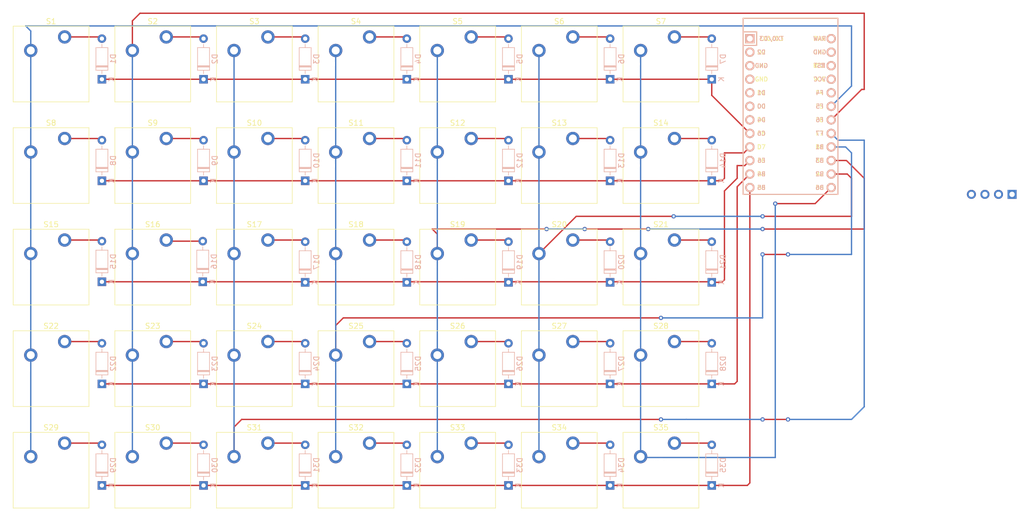
<source format=kicad_pcb>
(kicad_pcb (version 20221018) (generator pcbnew)
  (layers (0 "F.Cu" signal) (31 "B.Cu" signal) (34 "B.Paste" user) (35 "F.Paste" user) (36 "B.SilkS" user "B.Silkscreen") (37 "F.SilkS" user "F.Silkscreen") (38 "B.Mask" user) (39 "F.Mask" user) (44 "Edge.Cuts" user))
  (net 0 "")
  (net 1 "row0")
  (net 2 "Net-(D1-A)")
  (net 3 "Net-(D2-A)")
  (net 4 "Net-(D3-A)")
  (net 5 "Net-(D4-A)")
  (net 6 "Net-(D5-A)")
  (net 7 "Net-(D6-A)")
  (net 8 "Net-(D7-A)")
  (net 9 "row1")
  (net 10 "Net-(D8-A)")
  (net 11 "Net-(D9-A)")
  (net 12 "Net-(D10-A)")
  (net 13 "Net-(D11-A)")
  (net 14 "Net-(D12-A)")
  (net 15 "Net-(D13-A)")
  (net 16 "Net-(D14-A)")
  (net 17 "row2")
  (net 18 "Net-(D15-A)")
  (net 19 "row3")
  (net 20 "Net-(D16-A)")
  (net 21 "Net-(D17-A)")
  (net 22 "Net-(D18-A)")
  (net 23 "Net-(D19-A)")
  (net 24 "Net-(D20-A)")
  (net 25 "Net-(D21-A)")
  (net 26 "Net-(D22-A)")
  (net 27 "Net-(D23-A)")
  (net 28 "Net-(D24-A)")
  (net 29 "Net-(D25-A)")
  (net 30 "Net-(D26-A)")
  (net 31 "Net-(D27-A)")
  (net 32 "Net-(D28-A)")
  (net 33 "row4")
  (net 34 "Net-(D29-A)")
  (net 35 "Net-(D31-A)")
  (net 36 "Net-(D33-A)")
  (net 37 "Net-(D35-A)")
  (net 38 "col0")
  (net 39 "col1")
  (net 40 "col2")
  (net 41 "col3")
  (net 42 "col4")
  (net 43 "col5")
  (net 44 "col6")
  (net 47 "GND")
  (net 48 "VCC")
  (net 49 "SCL")
  (net 50 "SDA")
  (net 53 "RESET")
  (net 55 "Net-(D30-A)")
  (net 56 "Net-(D32-A)")
  (net 57 "Net-(D34-A)")
  (footprint "ScottoKeebs_MX:MX_PCB_1.00u" (layer "F.Cu") (at 143.55 72.33)
    (fp_text reference "S20")
    (fp_text value "Keyswitch")
  )
  (footprint "ScottoKeebs_MX:MX_PCB_1.00u" (layer "F.Cu") (at 105.45 34.23)
    (fp_text reference "S4")
    (fp_text value "Keyswitch")
  )
  (footprint "ScottoKeebs_MX:MX_PCB_1.00u" (layer "F.Cu") (at 124.5 34.23)
    (fp_text reference "S5")
    (fp_text value "Keyswitch")
  )
  (footprint "ScottoKeebs_MX:MX_PCB_1.00u" (layer "F.Cu") (at 67.35 34.23)
    (fp_text reference "S2")
    (fp_text value "Keyswitch")
  )
  (footprint "ScottoKeebs_MX:MX_PCB_1.00u" (layer "F.Cu") (at 86.4 110.43)
    (fp_text reference "S31")
    (fp_text value "Keyswitch")
  )
  (footprint "ScottoKeebs_MX:MX_PCB_1.00u" (layer "F.Cu") (at 124.5 91.38)
    (fp_text reference "S26")
    (fp_text value "Keyswitch")
  )
  (footprint "ScottoKeebs_MX:MX_PCB_1.00u" (layer "F.Cu") (at 48.3 34.23)
    (fp_text reference "S1")
    (fp_text value "Keyswitch")
  )
  (footprint "ScottoKeebs_MX:MX_PCB_1.00u" (layer "F.Cu") (at 143.55 34.23)
    (fp_text reference "S6")
    (fp_text value "Keyswitch")
  )
  (footprint "ScottoKeebs_MX:MX_PCB_1.00u" (layer "F.Cu") (at 105.45 72.33)
    (fp_text reference "S18")
    (fp_text value "Keyswitch")
  )
  (footprint "ScottoKeebs_MX:MX_PCB_1.00u" (layer "F.Cu") (at 162.6 34.23)
    (fp_text reference "S7")
    (fp_text value "Keyswitch")
  )
  (footprint "ScottoKeebs_MCU:Arduino_Pro_Micro" (layer "F.Cu") (at 186.88875 43.4375)
    (fp_text reference "U1" hide)
    (fp_text value "Arduino_Pro_Micro" hide)
  )
  (footprint "ScottoKeebs_MX:MX_PCB_1.00u" (layer "F.Cu") (at 124.5 110.43)
    (fp_text reference "S33")
    (fp_text value "Keyswitch")
  )
  (footprint "ScottoKeebs_MX:MX_PCB_1.00u" (layer "F.Cu") (at 124.5 53.28)
    (fp_text reference "S12")
    (fp_text value "Keyswitch")
  )
  (footprint "ScottoKeebs_MX:MX_PCB_1.00u" (layer "F.Cu") (at 86.4 34.23)
    (fp_text reference "S3")
    (fp_text value "Keyswitch")
  )
  (footprint "ScottoKeebs_MX:MX_PCB_1.00u" (layer "F.Cu") (at 48.3 91.38)
    (fp_text reference "S22")
    (fp_text value "Keyswitch")
  )
  (footprint "ScottoKeebs_MX:MX_PCB_1.00u" (layer "F.Cu") (at 67.35 91.38)
    (fp_text reference "S23")
    (fp_text value "Keyswitch")
  )
  (footprint "ScottoKeebs_MX:MX_PCB_1.00u" (layer "F.Cu") (at 86.4 53.28)
    (fp_text reference "S10")
    (fp_text value "Keyswitch")
  )
  (footprint "ScottoKeebs_MX:MX_PCB_1.00u" (layer "F.Cu") (at 162.6 53.28)
    (fp_text reference "S14")
    (fp_text value "Keyswitch")
  )
  (footprint "ScottoKeebs_MX:MX_PCB_1.00u" (layer "F.Cu") (at 67.35 72.33)
    (fp_text reference "S16")
    (fp_text value "Keyswitch")
  )
  (footprint "ScottoKeebs_MX:MX_PCB_1.00u" (layer "F.Cu") (at 162.6 72.33)
    (fp_text reference "S21")
    (fp_text value "Keyswitch")
  )
  (footprint "ScottoKeebs_MX:MX_PCB_1.00u" (layer "F.Cu") (at 48.3 53.28)
    (fp_text reference "S8")
    (fp_text value "Keyswitch")
  )
  (footprint "ScottoKeebs_MX:MX_PCB_1.00u" (layer "F.Cu") (at 162.6 91.38)
    (fp_text reference "S28")
    (fp_text value "Keyswitch")
  )
  (footprint "ScottoKeebs_MX:MX_PCB_1.00u" (layer "F.Cu") (at 48.3 110.43)
    (fp_text reference "S29")
    (fp_text value "Keyswitch")
  )
  (footprint "ScottoKeebs_MX:MX_PCB_1.00u" (layer "F.Cu") (at 67.35 53.28)
    (fp_text reference "S9")
    (fp_text value "Keyswitch")
  )
  (footprint "ScottoKeebs_Components:OLED_128x32" (layer "F.Cu") (at 218.6075 60.27875 90)
    (fp_text reference "J1" hide)
    (fp_text value "OLED_128x32")
  )
  (footprint "ScottoKeebs_MX:MX_PCB_1.00u" (layer "F.Cu") (at 86.4 72.33)
    (fp_text reference "S17")
    (fp_text value "Keyswitch")
  )
  (footprint "ScottoKeebs_MX:MX_PCB_1.00u" (layer "F.Cu") (at 162.6 110.43)
    (fp_text reference "S35")
    (fp_text value "Keyswitch")
  )
  (footprint "ScottoKeebs_MX:MX_PCB_1.00u" (layer "F.Cu") (at 143.55 110.43)
    (fp_text reference "S34")
    (fp_text value "Keyswitch")
  )
  (footprint "ScottoKeebs_MX:MX_PCB_1.00u" (layer "F.Cu") (at 143.55 53.28)
    (fp_text reference "S13")
    (fp_text value "Keyswitch")
  )
  (footprint "ScottoKeebs_MX:MX_PCB_1.00u" (layer "F.Cu") (at 105.45 53.28)
    (fp_text reference "S11")
    (fp_text value "Keyswitch")
  )
  (footprint "ScottoKeebs_MX:MX_PCB_1.00u" (layer "F.Cu") (at 67.35 110.43)
    (fp_text reference "S30")
    (fp_text value "Keyswitch")
  )
  (footprint "ScottoKeebs_MX:MX_PCB_1.00u" (layer "F.Cu") (at 105.45 110.43)
    (fp_text reference "S32")
    (fp_text value "Keyswitch")
  )
  (footprint "ScottoKeebs_MX:MX_PCB_1.00u" (layer "F.Cu") (at 86.4 91.38)
    (fp_text reference "S24")
    (fp_text value "Keyswitch")
  )
  (footprint "ScottoKeebs_MX:MX_PCB_1.00u" (layer "F.Cu") (at 124.5 72.33)
    (fp_text reference "S19")
    (fp_text value "Keyswitch")
  )
  (footprint "ScottoKeebs_MX:MX_PCB_1.00u" (layer "F.Cu") (at 105.45 91.38)
    (fp_text reference "S25")
    (fp_text value "Keyswitch")
  )
  (footprint "ScottoKeebs_MX:MX_PCB_1.00u" (layer "F.Cu") (at 48.3 72.33)
    (fp_text reference "S15")
    (fp_text value "Keyswitch")
  )
  (footprint "ScottoKeebs_MX:MX_PCB_1.00u" (layer "F.Cu") (at 143.55 91.38)
    (fp_text reference "S27")
    (fp_text value "Keyswitch")
  )
  (footprint "ScottoKeebs_Components:Diode_DO-35" (layer "B.Cu") (at 95.925 56.1375 90)
    (fp_text reference "D10")
    (fp_text value "Diode")
  )
  (footprint "ScottoKeebs_Components:Diode_DO-35" (layer "B.Cu") (at 134.025 94.2375 90)
    (fp_text reference "D26")
    (fp_text value "Diode")
  )
  (footprint "ScottoKeebs_Components:Diode_DO-35" (layer "B.Cu") (at 172.125 56.1375 90)
    (fp_text reference "D14")
    (fp_text value "Diode")
  )
  (footprint "ScottoKeebs_Components:Diode_DO-35" (layer "B.Cu") (at 114.975 113.2875 90)
    (fp_text reference "D32")
    (fp_text value "Diode")
  )
  (footprint "ScottoKeebs_Components:Diode_DO-35" (layer "B.Cu") (at 95.925 75.1875 90)
    (fp_text reference "D17")
    (fp_text value "Diode")
  )
  (footprint "ScottoKeebs_Components:Diode_DO-35" (layer "B.Cu") (at 95.925 113.2875 90)
    (fp_text reference "D31")
    (fp_text value "Diode")
  )
  (footprint "ScottoKeebs_Components:Diode_DO-35" (layer "B.Cu") (at 153.075 37.0875 90)
    (fp_text reference "D6")
    (fp_text value "Diode")
  )
  (footprint "ScottoKeebs_Components:Diode_DO-35" (layer "B.Cu") (at 114.975 94.2375 90)
    (fp_text reference "D25")
    (fp_text value "Diode")
  )
  (footprint "ScottoKeebs_Components:Diode_DO-35" (layer "B.Cu") (at 76.875 37.0875 90)
    (fp_text reference "D2")
    (fp_text value "Diode")
  )
  (footprint "ScottoKeebs_Components:Diode_DO-35" (layer "B.Cu") (at 76.875 113.2875 90)
    (fp_text reference "D30")
    (fp_text value "Diode")
  )
  (footprint "ScottoKeebs_Components:Diode_DO-35" (layer "B.Cu") (at 134.025 113.2875 90)
    (fp_text reference "D33")
    (fp_text value "Diode")
  )
  (footprint "ScottoKeebs_Components:Diode_DO-35" (layer "B.Cu") (at 172.125 75.1875 90)
    (fp_text reference "D21")
    (fp_text value "Diode")
  )
  (footprint "ScottoKeebs_Components:Diode_DO-35" (layer "B.Cu") (at 76.875 94.2375 90)
    (fp_text reference "D23")
    (fp_text value "Diode")
  )
  (footprint "ScottoKeebs_Components:Diode_DO-35" (layer "B.Cu") (at 57.825 113.2875 90)
    (fp_text reference "D29")
    (fp_text value "Diode")
  )
  (footprint "ScottoKeebs_Components:Diode_DO-35" (layer "B.Cu") (at 76.725 75.08125 90)
    (fp_text reference "D16")
    (fp_text value "Diode")
  )
  (footprint "ScottoKeebs_Components:Diode_DO-35" (layer "B.Cu") (at 95.925 37.0875 90)
    (fp_text reference "D3")
    (fp_text value "Diode")
  )
  (footprint "ScottoKeebs_Components:Diode_DO-35" (layer "B.Cu") (at 57.825 37.0875 90)
    (fp_text reference "D1")
    (fp_text value "Diode")
  )
  (footprint "ScottoKeebs_Components:Diode_DO-35" (layer "B.Cu") (at 153.075 113.2875 90)
    (fp_text reference "D34")
    (fp_text value "Diode")
  )
  (footprint "ScottoKeebs_Components:Diode_DO-35" (layer "B.Cu") (at 153.075 56.1375 90)
    (fp_text reference "D13")
    (fp_text value "Diode")
  )
  (footprint "ScottoKeebs_Components:Diode_DO-35" (layer "B.Cu") (at 172.125 113.2875 90)
    (fp_text reference "D35")
    (fp_text value "Diode")
  )
  (footprint "ScottoKeebs_Components:Diode_DO-35" (layer "B.Cu") (at 95.925 94.2375 90)
    (fp_text reference "D24")
    (fp_text value "Diode")
  )
  (footprint "ScottoKeebs_Components:Diode_DO-35" (layer "B.Cu") (at 134.025 75.1875 90)
    (fp_text reference "D19")
    (fp_text value "Diode")
  )
  (footprint "ScottoKeebs_Components:Diode_DO-35" (layer "B.Cu") (at 134.025 56.1375 90)
    (fp_text reference "D12")
    (fp_text value "Diode")
  )
  (footprint "ScottoKeebs_Components:Diode_DO-35" (layer "B.Cu") (at 114.975 75.1875 90)
    (fp_text reference "D18")
    (fp_text value "Diode")
  )
  (footprint "ScottoKeebs_Components:Diode_DO-35" (layer "B.Cu") (at 153.075 94.2375 90)
    (fp_text reference "D27")
    (fp_text value "Diode")
  )
  (footprint "ScottoKeebs_Components:Diode_DO-35" (layer "B.Cu") (at 57.825 94.2375 90)
    (fp_text reference "D22")
    (fp_text value "Diode")
  )
  (footprint "ScottoKeebs_Components:Diode_DO-35" (layer "B.Cu") (at 114.975 56.1375 90)
    (fp_text reference "D11")
    (fp_text value "Diode")
  )
  (footprint "ScottoKeebs_Components:Diode_DO-35" (layer "B.Cu") (at 172.125 94.2375 90)
    (fp_text reference "D28")
    (fp_text value "Diode")
  )
  (footprint "ScottoKeebs_Components:Diode_DO-35" (layer "B.Cu") (at 134.025 37.0875 90)
    (fp_text reference "D5")
    (fp_text value "Diode")
  )
  (footprint "ScottoKeebs_Components:Diode_DO-35" (layer "B.Cu") (at 57.825 75.08125 90)
    (fp_text reference "D15")
    (fp_text value "Diode")
  )
  (footprint "ScottoKeebs_Components:Diode_DO-35" (layer "B.Cu") (at 76.875 56.1375 90)
    (fp_text reference "D9")
    (fp_text value "Diode")
  )
  (footprint "ScottoKeebs_Components:Diode_DO-35" (layer "B.Cu") (at 114.975 37.0875 90)
    (fp_text reference "D4")
    (fp_text value "Diode")
  )
  (footprint "ScottoKeebs_Components:Diode_DO-35" (layer "B.Cu") (at 153.075 75.1875 90)
    (fp_text reference "D20")
    (fp_text value "Diode")
  )
  (footprint "ScottoKeebs_Components:Diode_DO-35" (layer "B.Cu") (at 57.825 56.1375 90)
    (fp_text reference "D8")
    (fp_text value "Diode")
  )
  (footprint "ScottoKeebs_Components:Diode_DO-35" (layer "B.Cu") (at 172.125 37.0875 90)
    (fp_text reference "D7")
    (fp_text value "Diode")
  )
  (segment (start 172.125 37.0875) (end 172.125 40.10375) (width 0.25) (layer "F.Cu") (net 1))
  (segment (start 57.825 37.0875) (end 172.125 37.0875) (width 0.25) (layer "F.Cu") (net 1))
  (segment (start 172.125 40.10375) (end 179.26875 47.2475) (width 0.25) (layer "F.Cu") (net 1))
  (segment (start 50.84 29.15) (end 57.5075 29.15) (width 0.25) (layer "F.Cu") (net 2))
  (segment (start 57.5075 29.15) (end 57.825 29.4675) (width 0.25) (layer "F.Cu") (net 2))
  (segment (start 69.89 29.15) (end 76.5575 29.15) (width 0.25) (layer "F.Cu") (net 3))
  (segment (start 76.5575 29.15) (end 76.875 29.4675) (width 0.25) (layer "F.Cu") (net 3))
  (segment (start 88.94 29.15) (end 95.6075 29.15) (width 0.25) (layer "F.Cu") (net 4))
  (segment (start 95.6075 29.15) (end 95.925 29.4675) (width 0.25) (layer "F.Cu") (net 4))
  (segment (start 114.6575 29.15) (end 114.975 29.4675) (width 0.25) (layer "F.Cu") (net 5))
  (segment (start 107.99 29.15) (end 114.6575 29.15) (width 0.25) (layer "F.Cu") (net 5))
  (segment (start 127.04 29.15) (end 133.7075 29.15) (width 0.25) (layer "F.Cu") (net 6))
  (segment (start 133.7075 29.15) (end 134.025 29.4675) (width 0.25) (layer "F.Cu") (net 6))
  (segment (start 146.09 29.15) (end 152.7575 29.15) (width 0.25) (layer "F.Cu") (net 7))
  (segment (start 152.7575 29.15) (end 153.075 29.4675) (width 0.25) (layer "F.Cu") (net 7))
  (segment (start 165.14 29.15) (end 171.8075 29.15) (width 0.25) (layer "F.Cu") (net 8))
  (segment (start 171.8075 29.15) (end 172.125 29.4675) (width 0.25) (layer "F.Cu") (net 8))
  (segment (start 178.1575 50.89875) (end 179.26875 49.7875) (width 0.25) (layer "F.Cu") (net 9))
  (segment (start 174.50625 50.89875) (end 178.1575 50.89875) (width 0.25) (layer "F.Cu") (net 9))
  (segment (start 172.125 56.1375) (end 174.03 56.1375) (width 0.25) (layer "F.Cu") (net 9))
  (segment (start 174.50625 55.66125) (end 174.50625 50.89875) (width 0.25) (layer "F.Cu") (net 9))
  (segment (start 174.03 56.1375) (end 174.50625 55.66125) (width 0.25) (layer "F.Cu") (net 9))
  (segment (start 57.825 56.1375) (end 172.125 56.1375) (width 0.25) (layer "F.Cu") (net 9))
  (segment (start 57.5075 48.2) (end 57.825 48.5175) (width 0.25) (layer "F.Cu") (net 10))
  (segment (start 50.84 48.2) (end 57.5075 48.2) (width 0.25) (layer "F.Cu") (net 10))
  (segment (start 69.89 48.2) (end 76.5575 48.2) (width 0.25) (layer "F.Cu") (net 11))
  (segment (start 76.5575 48.2) (end 76.875 48.5175) (width 0.25) (layer "F.Cu") (net 11))
  (segment (start 95.6075 48.2) (end 95.925 48.5175) (width 0.25) (layer "F.Cu") (net 12))
  (segment (start 88.94 48.2) (end 95.6075 48.2) (width 0.25) (layer "F.Cu") (net 12))
  (segment (start 114.6575 48.2) (end 114.975 48.5175) (width 0.25) (layer "F.Cu") (net 13))
  (segment (start 107.99 48.2) (end 114.6575 48.2) (width 0.25) (layer "F.Cu") (net 13))
  (segment (start 127.04 48.2) (end 133.7075 48.2) (width 0.25) (layer "F.Cu") (net 14))
  (segment (start 133.7075 48.2) (end 134.025 48.5175) (width 0.25) (layer "F.Cu") (net 14))
  (segment (start 152.7575 48.2) (end 153.075 48.5175) (width 0.25) (layer "F.Cu") (net 15))
  (segment (start 146.09 48.2) (end 152.7575 48.2) (width 0.25) (layer "F.Cu") (net 15))
  (segment (start 171.8075 48.2) (end 172.125 48.5175) (width 0.25) (layer "F.Cu") (net 16))
  (segment (start 165.14 48.2) (end 171.8075 48.2) (width 0.25) (layer "F.Cu") (net 16))
  (segment (start 174.03 75.1875) (end 174.50625 74.71125) (width 0.25) (layer "F.Cu") (net 17))
  (segment (start 172.01875 75.08125) (end 172.125 75.1875) (width 0.25) (layer "F.Cu") (net 17))
  (segment (start 176.8875 55.66125) (end 176.8875 53.28) (width 0.25) (layer "F.Cu") (net 17))
  (segment (start 178.31625 53.28) (end 179.26875 52.3275) (width 0.25) (layer "F.Cu") (net 17))
  (segment (start 57.825 75.08125) (end 172.01875 75.08125) (width 0.25) (layer "F.Cu") (net 17))
  (segment (start 176.8875 53.28) (end 178.31625 53.28) (width 0.25) (layer "F.Cu") (net 17))
  (segment (start 172.125 75.1875) (end 174.03 75.1875) (width 0.25) (layer "F.Cu") (net 17))
  (segment (start 174.50625 74.71125) (end 174.50625 58.0425) (width 0.25) (layer "F.Cu") (net 17))
  (segment (start 174.50625 58.0425) (end 176.8875 55.66125) (width 0.25) (layer "F.Cu") (net 17))
  (segment (start 57.61375 67.25) (end 57.825 67.46125) (width 0.25) (layer "F.Cu") (net 18))
  (segment (start 50.84 67.25) (end 57.61375 67.25) (width 0.25) (layer "F.Cu") (net 18))
  (segment (start 172.125 94.2375) (end 176.41125 94.2375) (width 0.25) (layer "F.Cu") (net 19))
  (segment (start 176.8875 93.76125) (end 176.8875 57.24875) (width 0.25) (layer "F.Cu") (net 19))
  (segment (start 176.8875 57.24875) (end 179.26875 54.8675) (width 0.25) (layer "F.Cu") (net 19))
  (segment (start 176.41125 94.2375) (end 176.8875 93.76125) (width 0.25) (layer "F.Cu") (net 19))
  (segment (start 57.825 94.2375) (end 172.125 94.2375) (width 0.25) (layer "F.Cu") (net 19))
  (segment (start 76.725 67.46125) (end 70.10125 67.46125) (width 0.25) (layer "F.Cu") (net 20))
  (segment (start 70.10125 67.46125) (end 69.89 67.25) (width 0.25) (layer "F.Cu") (net 20))
  (segment (start 95.6075 67.25) (end 95.925 67.5675) (width 0.25) (layer "F.Cu") (net 21))
  (segment (start 88.94 67.25) (end 95.6075 67.25) (width 0.25) (layer "F.Cu") (net 21))
  (segment (start 114.6575 67.25) (end 114.975 67.5675) (width 0.25) (layer "F.Cu") (net 22))
  (segment (start 107.99 67.25) (end 114.6575 67.25) (width 0.25) (layer "F.Cu") (net 22))
  (segment (start 133.7075 67.25) (end 134.025 67.5675) (width 0.25) (layer "F.Cu") (net 23))
  (segment (start 127.04 67.25) (end 133.7075 67.25) (width 0.25) (layer "F.Cu") (net 23))
  (segment (start 146.09 67.25) (end 152.7575 67.25) (width 0.25) (layer "F.Cu") (net 24))
  (segment (start 152.7575 67.25) (end 153.075 67.5675) (width 0.25) (layer "F.Cu") (net 24))
  (segment (start 165.14 67.25) (end 171.8075 67.25) (width 0.25) (layer "F.Cu") (net 25))
  (segment (start 171.8075 67.25) (end 172.125 67.5675) (width 0.25) (layer "F.Cu") (net 25))
  (segment (start 50.84 86.3) (end 57.5075 86.3) (width 0.25) (layer "F.Cu") (net 26))
  (segment (start 57.5075 86.3) (end 57.825 86.6175) (width 0.25) (layer "F.Cu") (net 26))
  (segment (start 76.5575 86.3) (end 76.875 86.6175) (width 0.25) (layer "F.Cu") (net 27))
  (segment (start 69.89 86.3) (end 76.5575 86.3) (width 0.25) (layer "F.Cu") (net 27))
  (segment (start 95.6075 86.3) (end 95.925 86.6175) (width 0.25) (layer "F.Cu") (net 28))
  (segment (start 88.94 86.3) (end 95.6075 86.3) (width 0.25) (layer "F.Cu") (net 28))
  (segment (start 107.99 86.3) (end 114.6575 86.3) (width 0.25) (layer "F.Cu") (net 29))
  (segment (start 114.6575 86.3) (end 114.975 86.6175) (width 0.25) (layer "F.Cu") (net 29))
  (segment (start 133.7075 86.3) (end 134.025 86.6175) (width 0.25) (layer "F.Cu") (net 30))
  (segment (start 127.04 86.3) (end 133.7075 86.3) (width 0.25) (layer "F.Cu") (net 30))
  (segment (start 152.7575 86.3) (end 153.075 86.6175) (width 0.25) (layer "F.Cu") (net 31))
  (segment (start 146.09 86.3) (end 152.7575 86.3) (width 0.25) (layer "F.Cu") (net 31))
  (segment (start 165.14 86.3) (end 171.8075 86.3) (width 0.25) (layer "F.Cu") (net 32))
  (segment (start 171.8075 86.3) (end 172.125 86.6175) (width 0.25) (layer "F.Cu") (net 32))
  (segment (start 57.825 113.2875) (end 172.125 113.2875) (width 0.25) (layer "F.Cu") (net 33))
  (segment (start 178.7925 113.2875) (end 179.26875 112.81125) (width 0.25) (layer "F.Cu") (net 33))
  (segment (start 179.26875 112.81125) (end 179.26875 57.4075) (width 0.25) (layer "F.Cu") (net 33))
  (segment (start 172.125 113.2875) (end 178.7925 113.2875) (width 0.25) (layer "F.Cu") (net 33))
  (segment (start 57.5075 105.35) (end 57.825 105.6675) (width 0.25) (layer "F.Cu") (net 34))
  (segment (start 50.84 105.35) (end 57.5075 105.35) (width 0.25) (layer "F.Cu") (net 34))
  (segment (start 88.94 105.35) (end 95.6075 105.35) (width 0.25) (layer "F.Cu") (net 35))
  (segment (start 95.6075 105.35) (end 95.925 105.6675) (width 0.25) (layer "F.Cu") (net 35))
  (segment (start 133.7075 105.35) (end 134.025 105.6675) (width 0.25) (layer "F.Cu") (net 36))
  (segment (start 127.04 105.35) (end 133.7075 105.35) (width 0.25) (layer "F.Cu") (net 36))
  (segment (start 165.14 105.35) (end 171.8075 105.35) (width 0.25) (layer "F.Cu") (net 37))
  (segment (start 171.8075 105.35) (end 172.125 105.6675) (width 0.25) (layer "F.Cu") (net 37))
  (segment (start 198.31875 38.3575) (end 198.31875 27.08625) (width 0.25) (layer "B.Cu") (net 38))
  (segment (start 43.5375 27.08625) (end 44.49 28.03875) (width 0.25) (layer "B.Cu") (net 38))
  (segment (start 44.49 31.69) (end 44.49 107.89) (width 0.25) (layer "B.Cu") (net 38))
  (segment (start 44.49 28.03875) (end 44.49 31.69) (width 0.25) (layer "B.Cu") (net 38))
  (segment (start 194.50875 42.1675) (end 198.31875 38.3575) (width 0.25) (layer "B.Cu") (net 38))
  (segment (start 198.31875 27.08625) (end 43.5375 27.08625) (width 0.25) (layer "B.Cu") (net 38))
  (segment (start 200.7 24.705) (end 64.96875 24.705) (width 0.25) (layer "F.Cu") (net 39))
  (segment (start 64.96875 24.705) (end 63.54 26.13375) (width 0.25) (layer "F.Cu") (net 39))
  (segment (start 194.50875 44.7075) (end 200.22375 38.9925) (width 0.25) (layer "F.Cu") (net 39))
  (segment (start 63.54 26.13375) (end 63.54 31.69) (width 0.25) (layer "F.Cu") (net 39))
  (segment (start 200.22375 38.9925) (end 200.7 38.9925) (width 0.25) (layer "F.Cu") (net 39))
  (segment (start 200.7 38.9925) (end 200.7 24.705) (width 0.25) (layer "F.Cu") (net 39))
  (segment (start 63.54 31.69) (end 63.54 107.89) (width 0.25) (layer "B.Cu") (net 39))
  (segment (start 84.01875 100.905) (end 82.59 102.33375) (width 0.25) (layer "F.Cu") (net 40))
  (segment (start 82.59 102.33375) (end 82.59 107.89) (width 0.25) (layer "F.Cu") (net 40))
  (segment (start 162.6 100.905) (end 84.01875 100.905) (width 0.25) (layer "F.Cu") (net 40))
  (segment (start 186.4125 100.905) (end 181.65 100.905) (width 0.25) (layer "F.Cu") (net 40))
  (via (at 162.6 100.905) (size 0.8) (drill 0.4) (layers "F.Cu" "B.Cu") (net 40))
  (via (at 181.65 100.905) (size 0.8) (drill 0.4) (layers "F.Cu" "B.Cu") (net 40))
  (via (at 186.4125 100.905) (size 0.8) (drill 0.4) (layers "F.Cu" "B.Cu") (net 40))
  (segment (start 200.7 48.5175) (end 200.7 98.52375) (width 0.25) (layer "B.Cu") (net 40))
  (segment (start 82.59 31.69) (end 82.59 107.89) (width 0.25) (layer "B.Cu") (net 40))
  (segment (start 200.7 98.52375) (end 198.31875 100.905) (width 0.25) (layer "B.Cu") (net 40))
  (segment (start 167.357613 100.905) (end 162.6 100.905) (width 0.25) (layer "B.Cu") (net 40))
  (segment (start 198.31875 100.905) (end 186.4125 100.905) (width 0.25) (layer "B.Cu") (net 40))
  (segment (start 181.65 100.905) (end 167.357613 100.905) (width 0.25) (layer "B.Cu") (net 40))
  (segment (start 194.50875 47.2475) (end 195.77875 48.5175) (width 0.25) (layer "B.Cu") (net 40))
  (segment (start 195.77875 48.5175) (end 200.7 48.5175) (width 0.25) (layer "B.Cu") (net 40))
  (segment (start 101.64 83.28375) (end 101.64 88.84) (width 0.25) (layer "F.Cu") (net 41))
  (segment (start 103.06875 81.855) (end 101.64 83.28375) (width 0.25) (layer "F.Cu") (net 41))
  (segment (start 186.4125 69.94875) (end 181.65 69.94875) (width 0.25) (layer "F.Cu") (net 41))
  (segment (start 162.6 81.855) (end 103.06875 81.855) (width 0.25) (layer "F.Cu") (net 41))
  (via (at 186.4125 69.94875) (size 0.8) (drill 0.4) (layers "F.Cu" "B.Cu") (net 41))
  (via (at 162.6 81.855) (size 0.8) (drill 0.4) (layers "F.Cu" "B.Cu") (net 41))
  (via (at 181.65 69.94875) (size 0.8) (drill 0.4) (layers "F.Cu" "B.Cu") (net 41))
  (segment (start 197.2075 49.7875) (end 198.31875 50.89875) (width 0.25) (layer "B.Cu") (net 41))
  (segment (start 194.50875 49.7875) (end 197.2075 49.7875) (width 0.25) (layer "B.Cu") (net 41))
  (segment (start 101.64 31.69) (end 101.64 107.89) (width 0.25) (layer "B.Cu") (net 41))
  (segment (start 181.65 69.94875) (end 181.65 81.855) (width 0.25) (layer "B.Cu") (net 41))
  (segment (start 198.31875 69.94875) (end 186.4125 69.94875) (width 0.25) (layer "B.Cu") (net 41))
  (segment (start 181.65 81.855) (end 162.6 81.855) (width 0.25) (layer "B.Cu") (net 41))
  (segment (start 198.31875 50.89875) (end 198.31875 69.94875) (width 0.25) (layer "B.Cu") (net 41))
  (segment (start 200.7 65.18625) (end 181.65 65.18625) (width 0.25) (layer "F.Cu") (net 42))
  (segment (start 120.69 66.13875) (end 120.69 69.79) (width 0.25) (layer "F.Cu") (net 42))
  (segment (start 160.21875 65.18625) (end 148.3125 65.18625) (width 0.25) (layer "F.Cu") (net 42))
  (segment (start 119.7375 65.18625) (end 120.69 66.13875) (width 0.25) (layer "F.Cu") (net 42))
  (segment (start 197.36625 52.3275) (end 200.7 55.66125) (width 0.25) (layer "F.Cu") (net 42))
  (segment (start 141.16875 65.18625) (end 119.7375 65.18625) (width 0.25) (layer "F.Cu") (net 42))
  (segment (start 194.50875 52.3275) (end 197.36625 52.3275) (width 0.25) (layer "F.Cu") (net 42))
  (segment (start 200.7 55.66125) (end 200.7 65.18625) (width 0.25) (layer "F.Cu") (net 42))
  (via (at 141.16875 65.18625) (size 0.8) (drill 0.4) (layers "F.Cu" "B.Cu") (net 42))
  (via (at 181.65 65.18625) (size 0.8) (drill 0.4) (layers "F.Cu" "B.Cu") (net 42))
  (via (at 160.21875 65.18625) (size 0.8) (drill 0.4) (layers "F.Cu" "B.Cu") (net 42))
  (via (at 148.3125 65.18625) (size 0.8) (drill 0.4) (layers "F.Cu" "B.Cu") (net 42))
  (segment (start 143.21875 65.18625) (end 141.16875 65.18625) (width 0.25) (layer "B.Cu") (net 42))
  (segment (start 148.3125 65.18625) (end 143.21875 65.18625) (width 0.25) (layer "B.Cu") (net 42))
  (segment (start 120.69 107.89) (end 120.69 31.69) (width 0.25) (layer "B.Cu") (net 42))
  (segment (start 181.65 65.18625) (end 160.21875 65.18625) (width 0.25) (layer "B.Cu") (net 42))
  (segment (start 197.525 54.8675) (end 198.31875 55.66125) (width 0.25) (layer "F.Cu") (net 43))
  (segment (start 146.725 62.805) (end 139.74 69.79) (width 0.25) (layer "F.Cu") (net 43))
  (segment (start 198.31875 55.66125) (end 198.31875 62.805) (width 0.25) (layer "F.Cu") (net 43))
  (segment (start 198.31875 62.805) (end 181.65 62.805) (width 0.25) (layer "F.Cu") (net 43))
  (segment (start 164.98125 62.805) (end 146.725 62.805) (width 0.25) (layer "F.Cu") (net 43))
  (segment (start 194.50875 54.8675) (end 197.525 54.8675) (width 0.25) (layer "F.Cu") (net 43))
  (via (at 181.65 62.805) (size 0.8) (drill 0.4) (layers "F.Cu" "B.Cu") (net 43))
  (via (at 164.98125 62.805) (size 0.8) (drill 0.4) (layers "F.Cu" "B.Cu") (net 43))
  (segment (start 139.74 31.69) (end 139.74 107.89) (width 0.25) (layer "B.Cu") (net 43))
  (segment (start 181.65 62.805) (end 164.98125 62.805) (width 0.25) (layer "B.Cu") (net 43))
  (segment (start 194.50875 57.4075) (end 191.4925 60.42375) (width 0.25) (layer "F.Cu") (net 44))
  (segment (start 191.4925 60.42375) (end 184.03125 60.42375) (width 0.25) (layer "F.Cu") (net 44))
  (via (at 184.03125 60.42375) (size 0.8) (drill 0.4) (layers "F.Cu" "B.Cu") (net 44))
  (segment (start 184.03125 60.42375) (end 184.03125 108.04875) (width 0.25) (layer "B.Cu") (net 44))
  (segment (start 184.03125 108.04875) (end 158.94875 108.04875) (width 0.25) (layer "B.Cu") (net 44))
  (segment (start 158.94875 108.04875) (end 158.79 107.89) (width 0.25) (layer "B.Cu") (net 44))
  (segment (start 158.79 31.69) (end 158.79 107.89) (width 0.25) (layer "B.Cu") (net 44))
  (segment (start 76.5575 105.35) (end 76.875 105.6675) (width 0.25) (layer "F.Cu") (net 55))
  (segment (start 69.89 105.35) (end 76.5575 105.35) (width 0.25) (layer "F.Cu") (net 55))
  (segment (start 114.6575 105.35) (end 114.975 105.6675) (width 0.25) (layer "F.Cu") (net 56))
  (segment (start 107.99 105.35) (end 114.6575 105.35) (width 0.25) (layer "F.Cu") (net 56))
  (segment (start 152.7575 105.35) (end 153.075 105.6675) (width 0.25) (layer "F.Cu") (net 57))
  (segment (start 146.09 105.35) (end 152.7575 105.35) (width 0.25) (layer "F.Cu") (net 57))
)
</source>
